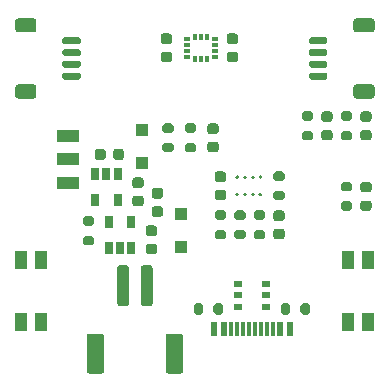
<source format=gbr>
%TF.GenerationSoftware,KiCad,Pcbnew,(5.1.8)-1*%
%TF.CreationDate,2021-06-05T10:25:27+02:00*%
%TF.ProjectId,trick-tracker,74726963-6b2d-4747-9261-636b65722e6b,rev?*%
%TF.SameCoordinates,Original*%
%TF.FileFunction,Paste,Top*%
%TF.FilePolarity,Positive*%
%FSLAX46Y46*%
G04 Gerber Fmt 4.6, Leading zero omitted, Abs format (unit mm)*
G04 Created by KiCad (PCBNEW (5.1.8)-1) date 2021-06-05 10:25:27*
%MOMM*%
%LPD*%
G01*
G04 APERTURE LIST*
%ADD10C,0.175000*%
%ADD11R,0.300000X0.600000*%
%ADD12R,0.600000X0.300000*%
%ADD13R,0.300000X1.150000*%
%ADD14R,0.600000X1.150000*%
%ADD15R,0.700000X0.510000*%
%ADD16R,1.100000X1.100000*%
%ADD17R,1.900000X1.000000*%
%ADD18R,1.000000X1.550000*%
%ADD19R,0.650000X1.060000*%
G04 APERTURE END LIST*
D10*
%TO.C,U2*%
X151176500Y-119597000D02*
G75*
G03*
X151176500Y-119597000I-87500J0D01*
G01*
X150526500Y-119597000D02*
G75*
G03*
X150526500Y-119597000I-87500J0D01*
G01*
X149226500Y-119597000D02*
G75*
G03*
X149226500Y-119597000I-87500J0D01*
G01*
X149876500Y-119597000D02*
G75*
G03*
X149876500Y-119597000I-87500J0D01*
G01*
X151176500Y-118147000D02*
G75*
G03*
X151176500Y-118147000I-87500J0D01*
G01*
X150526500Y-118147000D02*
G75*
G03*
X150526500Y-118147000I-87500J0D01*
G01*
X149226500Y-118147000D02*
G75*
G03*
X149226500Y-118147000I-87500J0D01*
G01*
X149876500Y-118147000D02*
G75*
G03*
X149876500Y-118147000I-87500J0D01*
G01*
%TD*%
D11*
%TO.C,IC1*%
X145550000Y-106288000D03*
X146050000Y-106288000D03*
X146550000Y-106288000D03*
D12*
X147200000Y-106438000D03*
X147200000Y-106938000D03*
X147200000Y-107438000D03*
X147200000Y-107938000D03*
D11*
X146550000Y-108088000D03*
X146050000Y-108088000D03*
X145550000Y-108088000D03*
D12*
X144900000Y-107938000D03*
X144900000Y-107438000D03*
X144900000Y-106938000D03*
X144900000Y-106438000D03*
%TD*%
%TO.C,C6*%
G36*
G01*
X143379000Y-106863000D02*
X142879000Y-106863000D01*
G75*
G02*
X142654000Y-106638000I0J225000D01*
G01*
X142654000Y-106188000D01*
G75*
G02*
X142879000Y-105963000I225000J0D01*
G01*
X143379000Y-105963000D01*
G75*
G02*
X143604000Y-106188000I0J-225000D01*
G01*
X143604000Y-106638000D01*
G75*
G02*
X143379000Y-106863000I-225000J0D01*
G01*
G37*
G36*
G01*
X143379000Y-108413000D02*
X142879000Y-108413000D01*
G75*
G02*
X142654000Y-108188000I0J225000D01*
G01*
X142654000Y-107738000D01*
G75*
G02*
X142879000Y-107513000I225000J0D01*
G01*
X143379000Y-107513000D01*
G75*
G02*
X143604000Y-107738000I0J-225000D01*
G01*
X143604000Y-108188000D01*
G75*
G02*
X143379000Y-108413000I-225000J0D01*
G01*
G37*
%TD*%
%TO.C,C5*%
G36*
G01*
X148967000Y-106863000D02*
X148467000Y-106863000D01*
G75*
G02*
X148242000Y-106638000I0J225000D01*
G01*
X148242000Y-106188000D01*
G75*
G02*
X148467000Y-105963000I225000J0D01*
G01*
X148967000Y-105963000D01*
G75*
G02*
X149192000Y-106188000I0J-225000D01*
G01*
X149192000Y-106638000D01*
G75*
G02*
X148967000Y-106863000I-225000J0D01*
G01*
G37*
G36*
G01*
X148967000Y-108413000D02*
X148467000Y-108413000D01*
G75*
G02*
X148242000Y-108188000I0J225000D01*
G01*
X148242000Y-107738000D01*
G75*
G02*
X148467000Y-107513000I225000J0D01*
G01*
X148967000Y-107513000D01*
G75*
G02*
X149192000Y-107738000I0J-225000D01*
G01*
X149192000Y-108188000D01*
G75*
G02*
X148967000Y-108413000I-225000J0D01*
G01*
G37*
%TD*%
D13*
%TO.C,J1*%
X148618000Y-131008000D03*
X149118000Y-131008000D03*
X149618000Y-131008000D03*
X152118000Y-131008000D03*
X151618000Y-131008000D03*
X151118000Y-131008000D03*
X150118000Y-131008000D03*
X150618000Y-131008000D03*
D14*
X152768000Y-131008000D03*
X147968000Y-131008000D03*
X153568000Y-131008000D03*
X147168000Y-131008000D03*
%TD*%
D15*
%TO.C,U6*%
X151528000Y-129093000D03*
X151528000Y-128143000D03*
X151528000Y-127193000D03*
X149208000Y-127193000D03*
X149208000Y-128143000D03*
X149208000Y-129093000D03*
%TD*%
%TO.C,J2*%
G36*
G01*
X138962000Y-128825000D02*
X138962000Y-125825000D01*
G75*
G02*
X139212000Y-125575000I250000J0D01*
G01*
X139712000Y-125575000D01*
G75*
G02*
X139962000Y-125825000I0J-250000D01*
G01*
X139962000Y-128825000D01*
G75*
G02*
X139712000Y-129075000I-250000J0D01*
G01*
X139212000Y-129075000D01*
G75*
G02*
X138962000Y-128825000I0J250000D01*
G01*
G37*
G36*
G01*
X140962000Y-128825000D02*
X140962000Y-125825000D01*
G75*
G02*
X141212000Y-125575000I250000J0D01*
G01*
X141712000Y-125575000D01*
G75*
G02*
X141962000Y-125825000I0J-250000D01*
G01*
X141962000Y-128825000D01*
G75*
G02*
X141712000Y-129075000I-250000J0D01*
G01*
X141212000Y-129075000D01*
G75*
G02*
X140962000Y-128825000I0J250000D01*
G01*
G37*
G36*
G01*
X136362000Y-134525000D02*
X136362000Y-131625000D01*
G75*
G02*
X136612000Y-131375000I250000J0D01*
G01*
X137612000Y-131375000D01*
G75*
G02*
X137862000Y-131625000I0J-250000D01*
G01*
X137862000Y-134525000D01*
G75*
G02*
X137612000Y-134775000I-250000J0D01*
G01*
X136612000Y-134775000D01*
G75*
G02*
X136362000Y-134525000I0J250000D01*
G01*
G37*
G36*
G01*
X143062000Y-134525000D02*
X143062000Y-131625000D01*
G75*
G02*
X143312000Y-131375000I250000J0D01*
G01*
X144312000Y-131375000D01*
G75*
G02*
X144562000Y-131625000I0J-250000D01*
G01*
X144562000Y-134525000D01*
G75*
G02*
X144312000Y-134775000I-250000J0D01*
G01*
X143312000Y-134775000D01*
G75*
G02*
X143062000Y-134525000I0J250000D01*
G01*
G37*
%TD*%
%TO.C,J6*%
G36*
G01*
X156613000Y-109877000D02*
X155363000Y-109877000D01*
G75*
G02*
X155213000Y-109727000I0J150000D01*
G01*
X155213000Y-109427000D01*
G75*
G02*
X155363000Y-109277000I150000J0D01*
G01*
X156613000Y-109277000D01*
G75*
G02*
X156763000Y-109427000I0J-150000D01*
G01*
X156763000Y-109727000D01*
G75*
G02*
X156613000Y-109877000I-150000J0D01*
G01*
G37*
G36*
G01*
X156613000Y-108877000D02*
X155363000Y-108877000D01*
G75*
G02*
X155213000Y-108727000I0J150000D01*
G01*
X155213000Y-108427000D01*
G75*
G02*
X155363000Y-108277000I150000J0D01*
G01*
X156613000Y-108277000D01*
G75*
G02*
X156763000Y-108427000I0J-150000D01*
G01*
X156763000Y-108727000D01*
G75*
G02*
X156613000Y-108877000I-150000J0D01*
G01*
G37*
G36*
G01*
X156613000Y-107877000D02*
X155363000Y-107877000D01*
G75*
G02*
X155213000Y-107727000I0J150000D01*
G01*
X155213000Y-107427000D01*
G75*
G02*
X155363000Y-107277000I150000J0D01*
G01*
X156613000Y-107277000D01*
G75*
G02*
X156763000Y-107427000I0J-150000D01*
G01*
X156763000Y-107727000D01*
G75*
G02*
X156613000Y-107877000I-150000J0D01*
G01*
G37*
G36*
G01*
X156613000Y-106877000D02*
X155363000Y-106877000D01*
G75*
G02*
X155213000Y-106727000I0J150000D01*
G01*
X155213000Y-106427000D01*
G75*
G02*
X155363000Y-106277000I150000J0D01*
G01*
X156613000Y-106277000D01*
G75*
G02*
X156763000Y-106427000I0J-150000D01*
G01*
X156763000Y-106727000D01*
G75*
G02*
X156613000Y-106877000I-150000J0D01*
G01*
G37*
G36*
G01*
X160513001Y-111477000D02*
X159212999Y-111477000D01*
G75*
G02*
X158963000Y-111227001I0J249999D01*
G01*
X158963000Y-110526999D01*
G75*
G02*
X159212999Y-110277000I249999J0D01*
G01*
X160513001Y-110277000D01*
G75*
G02*
X160763000Y-110526999I0J-249999D01*
G01*
X160763000Y-111227001D01*
G75*
G02*
X160513001Y-111477000I-249999J0D01*
G01*
G37*
G36*
G01*
X160513001Y-105877000D02*
X159212999Y-105877000D01*
G75*
G02*
X158963000Y-105627001I0J249999D01*
G01*
X158963000Y-104926999D01*
G75*
G02*
X159212999Y-104677000I249999J0D01*
G01*
X160513001Y-104677000D01*
G75*
G02*
X160763000Y-104926999I0J-249999D01*
G01*
X160763000Y-105627001D01*
G75*
G02*
X160513001Y-105877000I-249999J0D01*
G01*
G37*
%TD*%
D16*
%TO.C,D5*%
X141097000Y-116970000D03*
X141097000Y-114170000D03*
%TD*%
%TO.C,D1*%
X144399000Y-124082000D03*
X144399000Y-121282000D03*
%TD*%
%TO.C,R7*%
G36*
G01*
X155342000Y-113367000D02*
X154792000Y-113367000D01*
G75*
G02*
X154592000Y-113167000I0J200000D01*
G01*
X154592000Y-112767000D01*
G75*
G02*
X154792000Y-112567000I200000J0D01*
G01*
X155342000Y-112567000D01*
G75*
G02*
X155542000Y-112767000I0J-200000D01*
G01*
X155542000Y-113167000D01*
G75*
G02*
X155342000Y-113367000I-200000J0D01*
G01*
G37*
G36*
G01*
X155342000Y-115017000D02*
X154792000Y-115017000D01*
G75*
G02*
X154592000Y-114817000I0J200000D01*
G01*
X154592000Y-114417000D01*
G75*
G02*
X154792000Y-114217000I200000J0D01*
G01*
X155342000Y-114217000D01*
G75*
G02*
X155542000Y-114417000I0J-200000D01*
G01*
X155542000Y-114817000D01*
G75*
G02*
X155342000Y-115017000I-200000J0D01*
G01*
G37*
%TD*%
%TO.C,D4*%
G36*
G01*
X156974250Y-113442000D02*
X156461750Y-113442000D01*
G75*
G02*
X156243000Y-113223250I0J218750D01*
G01*
X156243000Y-112785750D01*
G75*
G02*
X156461750Y-112567000I218750J0D01*
G01*
X156974250Y-112567000D01*
G75*
G02*
X157193000Y-112785750I0J-218750D01*
G01*
X157193000Y-113223250D01*
G75*
G02*
X156974250Y-113442000I-218750J0D01*
G01*
G37*
G36*
G01*
X156974250Y-115017000D02*
X156461750Y-115017000D01*
G75*
G02*
X156243000Y-114798250I0J218750D01*
G01*
X156243000Y-114360750D01*
G75*
G02*
X156461750Y-114142000I218750J0D01*
G01*
X156974250Y-114142000D01*
G75*
G02*
X157193000Y-114360750I0J-218750D01*
G01*
X157193000Y-114798250D01*
G75*
G02*
X156974250Y-115017000I-218750J0D01*
G01*
G37*
%TD*%
%TO.C,R18*%
G36*
G01*
X145436000Y-114383000D02*
X144886000Y-114383000D01*
G75*
G02*
X144686000Y-114183000I0J200000D01*
G01*
X144686000Y-113783000D01*
G75*
G02*
X144886000Y-113583000I200000J0D01*
G01*
X145436000Y-113583000D01*
G75*
G02*
X145636000Y-113783000I0J-200000D01*
G01*
X145636000Y-114183000D01*
G75*
G02*
X145436000Y-114383000I-200000J0D01*
G01*
G37*
G36*
G01*
X145436000Y-116033000D02*
X144886000Y-116033000D01*
G75*
G02*
X144686000Y-115833000I0J200000D01*
G01*
X144686000Y-115433000D01*
G75*
G02*
X144886000Y-115233000I200000J0D01*
G01*
X145436000Y-115233000D01*
G75*
G02*
X145636000Y-115433000I0J-200000D01*
G01*
X145636000Y-115833000D01*
G75*
G02*
X145436000Y-116033000I-200000J0D01*
G01*
G37*
%TD*%
%TO.C,R4*%
G36*
G01*
X143531000Y-114383000D02*
X142981000Y-114383000D01*
G75*
G02*
X142781000Y-114183000I0J200000D01*
G01*
X142781000Y-113783000D01*
G75*
G02*
X142981000Y-113583000I200000J0D01*
G01*
X143531000Y-113583000D01*
G75*
G02*
X143731000Y-113783000I0J-200000D01*
G01*
X143731000Y-114183000D01*
G75*
G02*
X143531000Y-114383000I-200000J0D01*
G01*
G37*
G36*
G01*
X143531000Y-116033000D02*
X142981000Y-116033000D01*
G75*
G02*
X142781000Y-115833000I0J200000D01*
G01*
X142781000Y-115433000D01*
G75*
G02*
X142981000Y-115233000I200000J0D01*
G01*
X143531000Y-115233000D01*
G75*
G02*
X143731000Y-115433000I0J-200000D01*
G01*
X143731000Y-115833000D01*
G75*
G02*
X143531000Y-116033000I-200000J0D01*
G01*
G37*
%TD*%
%TO.C,C12*%
G36*
G01*
X146816000Y-115133000D02*
X147316000Y-115133000D01*
G75*
G02*
X147541000Y-115358000I0J-225000D01*
G01*
X147541000Y-115808000D01*
G75*
G02*
X147316000Y-116033000I-225000J0D01*
G01*
X146816000Y-116033000D01*
G75*
G02*
X146591000Y-115808000I0J225000D01*
G01*
X146591000Y-115358000D01*
G75*
G02*
X146816000Y-115133000I225000J0D01*
G01*
G37*
G36*
G01*
X146816000Y-113583000D02*
X147316000Y-113583000D01*
G75*
G02*
X147541000Y-113808000I0J-225000D01*
G01*
X147541000Y-114258000D01*
G75*
G02*
X147316000Y-114483000I-225000J0D01*
G01*
X146816000Y-114483000D01*
G75*
G02*
X146591000Y-114258000I0J225000D01*
G01*
X146591000Y-113808000D01*
G75*
G02*
X146816000Y-113583000I225000J0D01*
G01*
G37*
%TD*%
D17*
%TO.C,S3*%
X134832000Y-118602000D03*
X134832000Y-116602000D03*
X134832000Y-114602000D03*
%TD*%
D18*
%TO.C,S2*%
X160235000Y-130387000D03*
X158535000Y-130387000D03*
X160235000Y-125137000D03*
X158535000Y-125137000D03*
%TD*%
%TO.C,S1*%
X130849000Y-125137000D03*
X132549000Y-125137000D03*
X130849000Y-130387000D03*
X132549000Y-130387000D03*
%TD*%
%TO.C,R17*%
G36*
G01*
X147426000Y-122599000D02*
X147976000Y-122599000D01*
G75*
G02*
X148176000Y-122799000I0J-200000D01*
G01*
X148176000Y-123199000D01*
G75*
G02*
X147976000Y-123399000I-200000J0D01*
G01*
X147426000Y-123399000D01*
G75*
G02*
X147226000Y-123199000I0J200000D01*
G01*
X147226000Y-122799000D01*
G75*
G02*
X147426000Y-122599000I200000J0D01*
G01*
G37*
G36*
G01*
X147426000Y-120949000D02*
X147976000Y-120949000D01*
G75*
G02*
X148176000Y-121149000I0J-200000D01*
G01*
X148176000Y-121549000D01*
G75*
G02*
X147976000Y-121749000I-200000J0D01*
G01*
X147426000Y-121749000D01*
G75*
G02*
X147226000Y-121549000I0J200000D01*
G01*
X147226000Y-121149000D01*
G75*
G02*
X147426000Y-120949000I200000J0D01*
G01*
G37*
%TD*%
%TO.C,R16*%
G36*
G01*
X149077000Y-122599000D02*
X149627000Y-122599000D01*
G75*
G02*
X149827000Y-122799000I0J-200000D01*
G01*
X149827000Y-123199000D01*
G75*
G02*
X149627000Y-123399000I-200000J0D01*
G01*
X149077000Y-123399000D01*
G75*
G02*
X148877000Y-123199000I0J200000D01*
G01*
X148877000Y-122799000D01*
G75*
G02*
X149077000Y-122599000I200000J0D01*
G01*
G37*
G36*
G01*
X149077000Y-120949000D02*
X149627000Y-120949000D01*
G75*
G02*
X149827000Y-121149000I0J-200000D01*
G01*
X149827000Y-121549000D01*
G75*
G02*
X149627000Y-121749000I-200000J0D01*
G01*
X149077000Y-121749000D01*
G75*
G02*
X148877000Y-121549000I0J200000D01*
G01*
X148877000Y-121149000D01*
G75*
G02*
X149077000Y-120949000I200000J0D01*
G01*
G37*
%TD*%
%TO.C,R15*%
G36*
G01*
X150728000Y-122599000D02*
X151278000Y-122599000D01*
G75*
G02*
X151478000Y-122799000I0J-200000D01*
G01*
X151478000Y-123199000D01*
G75*
G02*
X151278000Y-123399000I-200000J0D01*
G01*
X150728000Y-123399000D01*
G75*
G02*
X150528000Y-123199000I0J200000D01*
G01*
X150528000Y-122799000D01*
G75*
G02*
X150728000Y-122599000I200000J0D01*
G01*
G37*
G36*
G01*
X150728000Y-120949000D02*
X151278000Y-120949000D01*
G75*
G02*
X151478000Y-121149000I0J-200000D01*
G01*
X151478000Y-121549000D01*
G75*
G02*
X151278000Y-121749000I-200000J0D01*
G01*
X150728000Y-121749000D01*
G75*
G02*
X150528000Y-121549000I0J200000D01*
G01*
X150528000Y-121149000D01*
G75*
G02*
X150728000Y-120949000I200000J0D01*
G01*
G37*
%TD*%
%TO.C,R12*%
G36*
G01*
X152379000Y-119297000D02*
X152929000Y-119297000D01*
G75*
G02*
X153129000Y-119497000I0J-200000D01*
G01*
X153129000Y-119897000D01*
G75*
G02*
X152929000Y-120097000I-200000J0D01*
G01*
X152379000Y-120097000D01*
G75*
G02*
X152179000Y-119897000I0J200000D01*
G01*
X152179000Y-119497000D01*
G75*
G02*
X152379000Y-119297000I200000J0D01*
G01*
G37*
G36*
G01*
X152379000Y-117647000D02*
X152929000Y-117647000D01*
G75*
G02*
X153129000Y-117847000I0J-200000D01*
G01*
X153129000Y-118247000D01*
G75*
G02*
X152929000Y-118447000I-200000J0D01*
G01*
X152379000Y-118447000D01*
G75*
G02*
X152179000Y-118247000I0J200000D01*
G01*
X152179000Y-117847000D01*
G75*
G02*
X152379000Y-117647000I200000J0D01*
G01*
G37*
%TD*%
%TO.C,C11*%
G36*
G01*
X152404000Y-122499000D02*
X152904000Y-122499000D01*
G75*
G02*
X153129000Y-122724000I0J-225000D01*
G01*
X153129000Y-123174000D01*
G75*
G02*
X152904000Y-123399000I-225000J0D01*
G01*
X152404000Y-123399000D01*
G75*
G02*
X152179000Y-123174000I0J225000D01*
G01*
X152179000Y-122724000D01*
G75*
G02*
X152404000Y-122499000I225000J0D01*
G01*
G37*
G36*
G01*
X152404000Y-120949000D02*
X152904000Y-120949000D01*
G75*
G02*
X153129000Y-121174000I0J-225000D01*
G01*
X153129000Y-121624000D01*
G75*
G02*
X152904000Y-121849000I-225000J0D01*
G01*
X152404000Y-121849000D01*
G75*
G02*
X152179000Y-121624000I0J225000D01*
G01*
X152179000Y-121174000D01*
G75*
G02*
X152404000Y-120949000I225000J0D01*
G01*
G37*
%TD*%
%TO.C,C10*%
G36*
G01*
X147951000Y-118547000D02*
X147451000Y-118547000D01*
G75*
G02*
X147226000Y-118322000I0J225000D01*
G01*
X147226000Y-117872000D01*
G75*
G02*
X147451000Y-117647000I225000J0D01*
G01*
X147951000Y-117647000D01*
G75*
G02*
X148176000Y-117872000I0J-225000D01*
G01*
X148176000Y-118322000D01*
G75*
G02*
X147951000Y-118547000I-225000J0D01*
G01*
G37*
G36*
G01*
X147951000Y-120097000D02*
X147451000Y-120097000D01*
G75*
G02*
X147226000Y-119872000I0J225000D01*
G01*
X147226000Y-119422000D01*
G75*
G02*
X147451000Y-119197000I225000J0D01*
G01*
X147951000Y-119197000D01*
G75*
G02*
X148176000Y-119422000I0J-225000D01*
G01*
X148176000Y-119872000D01*
G75*
G02*
X147951000Y-120097000I-225000J0D01*
G01*
G37*
%TD*%
%TO.C,J3*%
G36*
G01*
X134471000Y-106277000D02*
X135721000Y-106277000D01*
G75*
G02*
X135871000Y-106427000I0J-150000D01*
G01*
X135871000Y-106727000D01*
G75*
G02*
X135721000Y-106877000I-150000J0D01*
G01*
X134471000Y-106877000D01*
G75*
G02*
X134321000Y-106727000I0J150000D01*
G01*
X134321000Y-106427000D01*
G75*
G02*
X134471000Y-106277000I150000J0D01*
G01*
G37*
G36*
G01*
X134471000Y-107277000D02*
X135721000Y-107277000D01*
G75*
G02*
X135871000Y-107427000I0J-150000D01*
G01*
X135871000Y-107727000D01*
G75*
G02*
X135721000Y-107877000I-150000J0D01*
G01*
X134471000Y-107877000D01*
G75*
G02*
X134321000Y-107727000I0J150000D01*
G01*
X134321000Y-107427000D01*
G75*
G02*
X134471000Y-107277000I150000J0D01*
G01*
G37*
G36*
G01*
X134471000Y-108277000D02*
X135721000Y-108277000D01*
G75*
G02*
X135871000Y-108427000I0J-150000D01*
G01*
X135871000Y-108727000D01*
G75*
G02*
X135721000Y-108877000I-150000J0D01*
G01*
X134471000Y-108877000D01*
G75*
G02*
X134321000Y-108727000I0J150000D01*
G01*
X134321000Y-108427000D01*
G75*
G02*
X134471000Y-108277000I150000J0D01*
G01*
G37*
G36*
G01*
X134471000Y-109277000D02*
X135721000Y-109277000D01*
G75*
G02*
X135871000Y-109427000I0J-150000D01*
G01*
X135871000Y-109727000D01*
G75*
G02*
X135721000Y-109877000I-150000J0D01*
G01*
X134471000Y-109877000D01*
G75*
G02*
X134321000Y-109727000I0J150000D01*
G01*
X134321000Y-109427000D01*
G75*
G02*
X134471000Y-109277000I150000J0D01*
G01*
G37*
G36*
G01*
X130570999Y-104677000D02*
X131871001Y-104677000D01*
G75*
G02*
X132121000Y-104926999I0J-249999D01*
G01*
X132121000Y-105627001D01*
G75*
G02*
X131871001Y-105877000I-249999J0D01*
G01*
X130570999Y-105877000D01*
G75*
G02*
X130321000Y-105627001I0J249999D01*
G01*
X130321000Y-104926999D01*
G75*
G02*
X130570999Y-104677000I249999J0D01*
G01*
G37*
G36*
G01*
X130570999Y-110277000D02*
X131871001Y-110277000D01*
G75*
G02*
X132121000Y-110526999I0J-249999D01*
G01*
X132121000Y-111227001D01*
G75*
G02*
X131871001Y-111477000I-249999J0D01*
G01*
X130570999Y-111477000D01*
G75*
G02*
X130321000Y-111227001I0J249999D01*
G01*
X130321000Y-110526999D01*
G75*
G02*
X130570999Y-110277000I249999J0D01*
G01*
G37*
%TD*%
D19*
%TO.C,U5*%
X138999000Y-120099000D03*
X137099000Y-120099000D03*
X137099000Y-117899000D03*
X138049000Y-117899000D03*
X138999000Y-117899000D03*
%TD*%
%TO.C,R6*%
G36*
G01*
X158644000Y-119336000D02*
X158094000Y-119336000D01*
G75*
G02*
X157894000Y-119136000I0J200000D01*
G01*
X157894000Y-118736000D01*
G75*
G02*
X158094000Y-118536000I200000J0D01*
G01*
X158644000Y-118536000D01*
G75*
G02*
X158844000Y-118736000I0J-200000D01*
G01*
X158844000Y-119136000D01*
G75*
G02*
X158644000Y-119336000I-200000J0D01*
G01*
G37*
G36*
G01*
X158644000Y-120986000D02*
X158094000Y-120986000D01*
G75*
G02*
X157894000Y-120786000I0J200000D01*
G01*
X157894000Y-120386000D01*
G75*
G02*
X158094000Y-120186000I200000J0D01*
G01*
X158644000Y-120186000D01*
G75*
G02*
X158844000Y-120386000I0J-200000D01*
G01*
X158844000Y-120786000D01*
G75*
G02*
X158644000Y-120986000I-200000J0D01*
G01*
G37*
%TD*%
%TO.C,R5*%
G36*
G01*
X158644000Y-113367000D02*
X158094000Y-113367000D01*
G75*
G02*
X157894000Y-113167000I0J200000D01*
G01*
X157894000Y-112767000D01*
G75*
G02*
X158094000Y-112567000I200000J0D01*
G01*
X158644000Y-112567000D01*
G75*
G02*
X158844000Y-112767000I0J-200000D01*
G01*
X158844000Y-113167000D01*
G75*
G02*
X158644000Y-113367000I-200000J0D01*
G01*
G37*
G36*
G01*
X158644000Y-115017000D02*
X158094000Y-115017000D01*
G75*
G02*
X157894000Y-114817000I0J200000D01*
G01*
X157894000Y-114417000D01*
G75*
G02*
X158094000Y-114217000I200000J0D01*
G01*
X158644000Y-114217000D01*
G75*
G02*
X158844000Y-114417000I0J-200000D01*
G01*
X158844000Y-114817000D01*
G75*
G02*
X158644000Y-115017000I-200000J0D01*
G01*
G37*
%TD*%
%TO.C,R3*%
G36*
G01*
X136250000Y-123107000D02*
X136800000Y-123107000D01*
G75*
G02*
X137000000Y-123307000I0J-200000D01*
G01*
X137000000Y-123707000D01*
G75*
G02*
X136800000Y-123907000I-200000J0D01*
G01*
X136250000Y-123907000D01*
G75*
G02*
X136050000Y-123707000I0J200000D01*
G01*
X136050000Y-123307000D01*
G75*
G02*
X136250000Y-123107000I200000J0D01*
G01*
G37*
G36*
G01*
X136250000Y-121457000D02*
X136800000Y-121457000D01*
G75*
G02*
X137000000Y-121657000I0J-200000D01*
G01*
X137000000Y-122057000D01*
G75*
G02*
X136800000Y-122257000I-200000J0D01*
G01*
X136250000Y-122257000D01*
G75*
G02*
X136050000Y-122057000I0J200000D01*
G01*
X136050000Y-121657000D01*
G75*
G02*
X136250000Y-121457000I200000J0D01*
G01*
G37*
%TD*%
%TO.C,R2*%
G36*
G01*
X153626000Y-129011000D02*
X153626000Y-129561000D01*
G75*
G02*
X153426000Y-129761000I-200000J0D01*
G01*
X153026000Y-129761000D01*
G75*
G02*
X152826000Y-129561000I0J200000D01*
G01*
X152826000Y-129011000D01*
G75*
G02*
X153026000Y-128811000I200000J0D01*
G01*
X153426000Y-128811000D01*
G75*
G02*
X153626000Y-129011000I0J-200000D01*
G01*
G37*
G36*
G01*
X155276000Y-129011000D02*
X155276000Y-129561000D01*
G75*
G02*
X155076000Y-129761000I-200000J0D01*
G01*
X154676000Y-129761000D01*
G75*
G02*
X154476000Y-129561000I0J200000D01*
G01*
X154476000Y-129011000D01*
G75*
G02*
X154676000Y-128811000I200000J0D01*
G01*
X155076000Y-128811000D01*
G75*
G02*
X155276000Y-129011000I0J-200000D01*
G01*
G37*
%TD*%
%TO.C,R1*%
G36*
G01*
X147110000Y-129561000D02*
X147110000Y-129011000D01*
G75*
G02*
X147310000Y-128811000I200000J0D01*
G01*
X147710000Y-128811000D01*
G75*
G02*
X147910000Y-129011000I0J-200000D01*
G01*
X147910000Y-129561000D01*
G75*
G02*
X147710000Y-129761000I-200000J0D01*
G01*
X147310000Y-129761000D01*
G75*
G02*
X147110000Y-129561000I0J200000D01*
G01*
G37*
G36*
G01*
X145460000Y-129561000D02*
X145460000Y-129011000D01*
G75*
G02*
X145660000Y-128811000I200000J0D01*
G01*
X146060000Y-128811000D01*
G75*
G02*
X146260000Y-129011000I0J-200000D01*
G01*
X146260000Y-129561000D01*
G75*
G02*
X146060000Y-129761000I-200000J0D01*
G01*
X145660000Y-129761000D01*
G75*
G02*
X145460000Y-129561000I0J200000D01*
G01*
G37*
%TD*%
%TO.C,D3*%
G36*
G01*
X160276250Y-119411000D02*
X159763750Y-119411000D01*
G75*
G02*
X159545000Y-119192250I0J218750D01*
G01*
X159545000Y-118754750D01*
G75*
G02*
X159763750Y-118536000I218750J0D01*
G01*
X160276250Y-118536000D01*
G75*
G02*
X160495000Y-118754750I0J-218750D01*
G01*
X160495000Y-119192250D01*
G75*
G02*
X160276250Y-119411000I-218750J0D01*
G01*
G37*
G36*
G01*
X160276250Y-120986000D02*
X159763750Y-120986000D01*
G75*
G02*
X159545000Y-120767250I0J218750D01*
G01*
X159545000Y-120329750D01*
G75*
G02*
X159763750Y-120111000I218750J0D01*
G01*
X160276250Y-120111000D01*
G75*
G02*
X160495000Y-120329750I0J-218750D01*
G01*
X160495000Y-120767250D01*
G75*
G02*
X160276250Y-120986000I-218750J0D01*
G01*
G37*
%TD*%
%TO.C,D2*%
G36*
G01*
X159763750Y-112567000D02*
X160276250Y-112567000D01*
G75*
G02*
X160495000Y-112785750I0J-218750D01*
G01*
X160495000Y-113223250D01*
G75*
G02*
X160276250Y-113442000I-218750J0D01*
G01*
X159763750Y-113442000D01*
G75*
G02*
X159545000Y-113223250I0J218750D01*
G01*
X159545000Y-112785750D01*
G75*
G02*
X159763750Y-112567000I218750J0D01*
G01*
G37*
G36*
G01*
X159763750Y-114142000D02*
X160276250Y-114142000D01*
G75*
G02*
X160495000Y-114360750I0J-218750D01*
G01*
X160495000Y-114798250D01*
G75*
G02*
X160276250Y-115017000I-218750J0D01*
G01*
X159763750Y-115017000D01*
G75*
G02*
X159545000Y-114798250I0J218750D01*
G01*
X159545000Y-114360750D01*
G75*
G02*
X159763750Y-114142000I218750J0D01*
G01*
G37*
%TD*%
%TO.C,C4*%
G36*
G01*
X140966000Y-119055000D02*
X140466000Y-119055000D01*
G75*
G02*
X140241000Y-118830000I0J225000D01*
G01*
X140241000Y-118380000D01*
G75*
G02*
X140466000Y-118155000I225000J0D01*
G01*
X140966000Y-118155000D01*
G75*
G02*
X141191000Y-118380000I0J-225000D01*
G01*
X141191000Y-118830000D01*
G75*
G02*
X140966000Y-119055000I-225000J0D01*
G01*
G37*
G36*
G01*
X140966000Y-120605000D02*
X140466000Y-120605000D01*
G75*
G02*
X140241000Y-120380000I0J225000D01*
G01*
X140241000Y-119930000D01*
G75*
G02*
X140466000Y-119705000I225000J0D01*
G01*
X140966000Y-119705000D01*
G75*
G02*
X141191000Y-119930000I0J-225000D01*
G01*
X141191000Y-120380000D01*
G75*
G02*
X140966000Y-120605000I-225000J0D01*
G01*
G37*
%TD*%
%TO.C,C3*%
G36*
G01*
X142109000Y-123119000D02*
X141609000Y-123119000D01*
G75*
G02*
X141384000Y-122894000I0J225000D01*
G01*
X141384000Y-122444000D01*
G75*
G02*
X141609000Y-122219000I225000J0D01*
G01*
X142109000Y-122219000D01*
G75*
G02*
X142334000Y-122444000I0J-225000D01*
G01*
X142334000Y-122894000D01*
G75*
G02*
X142109000Y-123119000I-225000J0D01*
G01*
G37*
G36*
G01*
X142109000Y-124669000D02*
X141609000Y-124669000D01*
G75*
G02*
X141384000Y-124444000I0J225000D01*
G01*
X141384000Y-123994000D01*
G75*
G02*
X141609000Y-123769000I225000J0D01*
G01*
X142109000Y-123769000D01*
G75*
G02*
X142334000Y-123994000I0J-225000D01*
G01*
X142334000Y-124444000D01*
G75*
G02*
X142109000Y-124669000I-225000J0D01*
G01*
G37*
%TD*%
%TO.C,C2*%
G36*
G01*
X142617000Y-121494000D02*
X142117000Y-121494000D01*
G75*
G02*
X141892000Y-121269000I0J225000D01*
G01*
X141892000Y-120819000D01*
G75*
G02*
X142117000Y-120594000I225000J0D01*
G01*
X142617000Y-120594000D01*
G75*
G02*
X142842000Y-120819000I0J-225000D01*
G01*
X142842000Y-121269000D01*
G75*
G02*
X142617000Y-121494000I-225000J0D01*
G01*
G37*
G36*
G01*
X142617000Y-119944000D02*
X142117000Y-119944000D01*
G75*
G02*
X141892000Y-119719000I0J225000D01*
G01*
X141892000Y-119269000D01*
G75*
G02*
X142117000Y-119044000I225000J0D01*
G01*
X142617000Y-119044000D01*
G75*
G02*
X142842000Y-119269000I0J-225000D01*
G01*
X142842000Y-119719000D01*
G75*
G02*
X142617000Y-119944000I-225000J0D01*
G01*
G37*
%TD*%
%TO.C,C1*%
G36*
G01*
X137978000Y-115955000D02*
X137978000Y-116455000D01*
G75*
G02*
X137753000Y-116680000I-225000J0D01*
G01*
X137303000Y-116680000D01*
G75*
G02*
X137078000Y-116455000I0J225000D01*
G01*
X137078000Y-115955000D01*
G75*
G02*
X137303000Y-115730000I225000J0D01*
G01*
X137753000Y-115730000D01*
G75*
G02*
X137978000Y-115955000I0J-225000D01*
G01*
G37*
G36*
G01*
X139528000Y-115955000D02*
X139528000Y-116455000D01*
G75*
G02*
X139303000Y-116680000I-225000J0D01*
G01*
X138853000Y-116680000D01*
G75*
G02*
X138628000Y-116455000I0J225000D01*
G01*
X138628000Y-115955000D01*
G75*
G02*
X138853000Y-115730000I225000J0D01*
G01*
X139303000Y-115730000D01*
G75*
G02*
X139528000Y-115955000I0J-225000D01*
G01*
G37*
%TD*%
%TO.C,U4*%
X138242000Y-124163000D03*
X139192000Y-124163000D03*
X140142000Y-124163000D03*
X140142000Y-121963000D03*
X138242000Y-121963000D03*
%TD*%
M02*

</source>
